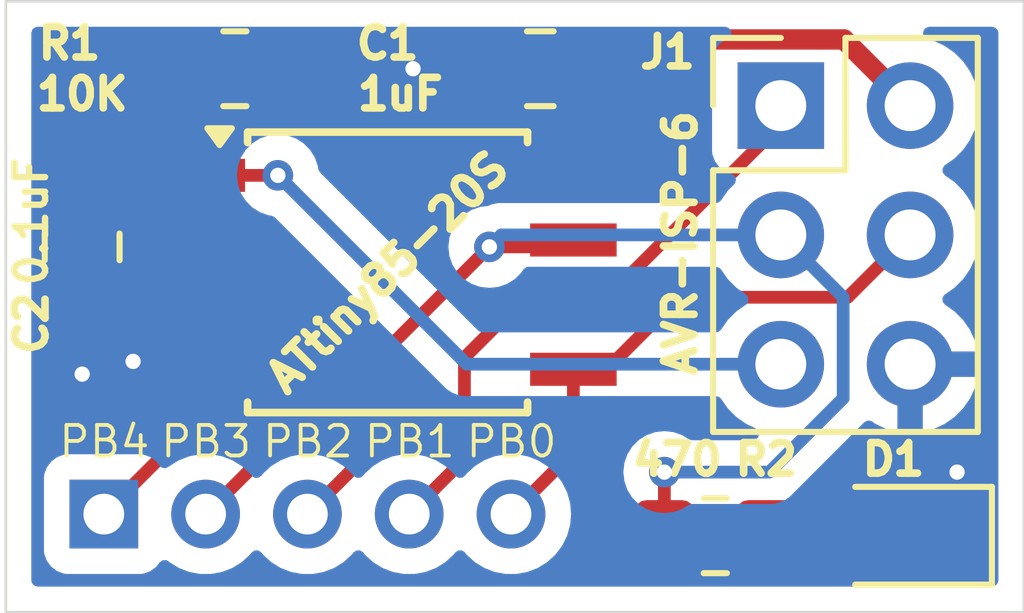
<source format=kicad_pcb>
(kicad_pcb (version 20240108) (generator "pcbnew") (generator_version "8.0")
  (layers (0 "F.Cu" signal) (31 "B.Cu" signal) (34 "B.Paste" user) (35 "F.Paste" user) (36 "B.SilkS" user "B.Silkscreen") (37 "F.SilkS" user "F.Silkscreen") (38 "B.Mask" user) (39 "F.Mask" user) (44 "Edge.Cuts" user))
  (net 0 "")
  (net 1 "GND")
  (net 2 "+5V")
  (net 3 "Net-(J1-~{RST})")
  (net 4 "Net-(J1-MOSI)")
  (net 5 "Net-(J1-SCK)")
  (net 6 "Net-(J1-MISO)")
  (net 7 "Net-(J2-Pin_1)")
  (net 8 "Net-(J2-Pin_2)")
  (net 9 "Net-(D1-A)")
  (footprint "Capacitor_SMD:C_0805_2012Metric_Pad1.18x1.45mm_HandSolder" (layer "F.Cu") (at 102 54.325 -90)
    (property "Reference" "C2" (at 1.5 1 90) (layer "F.SilkS") (effects (font (size 0.6 0.6))))
    (property "Value" "0.1uF" (at -0.5 1 90) (layer "F.SilkS") (effects (font (size 0.6 0.6) (thickness 0.125))))
    (fp_line (start -0.261252 0.735) (end 0.261252 0.735) (stroke (width 0.12)) (layer "F.SilkS"))
    (fp_line (start -0.261252 -0.735) (end 0.261252 -0.735) (stroke (width 0.12)) (layer "F.SilkS"))
    (pad "1" smd roundrect (at -1.0375 0 270) (size 1.175 1.45) (layers "F.Cu" "F.Paste" "F.Mask") (roundrect_rratio 0.212766) (net 3 "Net-(J1-~{RST})"))
    (pad "2" smd roundrect (at 1.0375 0 270) (size 1.175 1.45) (layers "F.Cu" "F.Paste" "F.Mask") (roundrect_rratio 0.212766) (net 1 "GND"))
  )
  (footprint "Capacitor_SMD:C_0805_2012Metric_Pad1.18x1.45mm_HandSolder" (layer "F.Cu") (at 111 50.825 180)
    (property "Reference" "C1" (at 3 0.5 0) (layer "F.SilkS") (effects (font (size 0.6 0.6))))
    (property "Value" "1uF" (at 2.75 -0.5 0) (layer "F.SilkS") (effects (font (size 0.6 0.6))))
    (fp_line (start -0.261252 0.735) (end 0.261252 0.735) (stroke (width 0.12)) (layer "F.SilkS"))
    (fp_line (start -0.261252 -0.735) (end 0.261252 -0.735) (stroke (width 0.12)) (layer "F.SilkS"))
    (pad "1" smd roundrect (at -1.0375 0 180) (size 1.175 1.45) (layers "F.Cu" "F.Paste" "F.Mask") (roundrect_rratio 0.212766) (net 2 "+5V"))
    (pad "2" smd roundrect (at 1.0375 0 180) (size 1.175 1.45) (layers "F.Cu" "F.Paste" "F.Mask") (roundrect_rratio 0.212766) (net 1 "GND"))
  )
  (footprint "Resistor_SMD:R_0805_2012Metric_Pad1.20x1.40mm_HandSolder" (layer "F.Cu") (at 114.4375 60)
    (property "Reference" "R2" (at 1 -1.5 360) (layer "F.SilkS") (effects (font (size 0.6 0.6))))
    (property "Value" "470" (at -0.75 -1.5 360) (layer "F.SilkS") (effects (font (size 0.6 0.6))))
    (fp_line (start -0.227064 -0.735) (end 0.227064 -0.735) (stroke (width 0.12)) (layer "F.SilkS"))
    (fp_line (start -0.227064 0.735) (end 0.227064 0.735) (stroke (width 0.12)) (layer "F.SilkS"))
    (pad "1" smd roundrect (at -1 0) (size 1.2 1.4) (layers "F.Cu" "F.Paste" "F.Mask") (roundrect_rratio 0.208333) (net 5 "Net-(J1-SCK)"))
    (pad "2" smd roundrect (at 1 0) (size 1.2 1.4) (layers "F.Cu" "F.Paste" "F.Mask") (roundrect_rratio 0.208333) (net 9 "Net-(D1-A)"))
  )
  (footprint "Package_SO:SOIC-8W_5.3x5.3mm_P1.27mm" (layer "F.Cu") (at 108 54.825)
    (property "Reference" "U1" (hide yes))
    (property "Value" "ATtiny85-20S" (at 0 0 45) (layer "F.SilkS") (effects (font (size 0.6 0.6))))
    (fp_line (start -2.75 -2.755) (end -2.75 -2.55) (stroke (width 0.15)) (layer "F.SilkS"))
    (fp_line (start -2.75 -2.755) (end 2.75 -2.755) (stroke (width 0.15)) (layer "F.SilkS"))
    (fp_line (start -2.75 2.755) (end -2.75 2.55) (stroke (width 0.15)) (layer "F.SilkS"))
    (fp_line (start -2.75 2.755) (end 2.75 2.755) (stroke (width 0.15)) (layer "F.SilkS"))
    (fp_line (start 2.75 -2.755) (end 2.75 -2.55) (stroke (width 0.15)) (layer "F.SilkS"))
    (fp_line (start 2.75 2.755) (end 2.75 2.55) (stroke (width 0.15)) (layer "F.SilkS"))
    (fp_poly (pts (xy -3.3 -2.5) (xy -3.54 -2.83) (xy -3.06 -2.83) (xy -3.3 -2.5)) (stroke (width 0.12)) (fill solid) (layer "F.SilkS"))
    (pad "1" smd rect (at -3.65 -1.905) (size 1.7 0.65) (layers "F.Cu" "F.Paste" "F.Mask") (net 3 "Net-(J1-~{RST})"))
    (pad "2" smd rect (at -3.65 -0.635) (size 1.7 0.65) (layers "F.Cu" "F.Paste" "F.Mask") (net 8 "Net-(J2-Pin_2)"))
    (pad "3" smd rect (at -3.65 0.635) (size 1.7 0.65) (layers "F.Cu" "F.Paste" "F.Mask") (net 7 "Net-(J2-Pin_1)"))
    (pad "4" smd rect (at -3.65 1.905) (size 1.7 0.65) (layers "F.Cu" "F.Paste" "F.Mask") (net 1 "GND"))
    (pad "5" smd rect (at 3.65 1.905) (size 1.7 0.65) (layers "F.Cu" "F.Paste" "F.Mask") (net 4 "Net-(J1-MOSI)"))
    (pad "6" smd rect (at 3.65 0.635) (size 1.7 0.65) (layers "F.Cu" "F.Paste" "F.Mask") (net 6 "Net-(J1-MISO)"))
    (pad "7" smd rect (at 3.65 -0.635) (size 1.7 0.65) (layers "F.Cu" "F.Paste" "F.Mask") (net 5 "Net-(J1-SCK)"))
    (pad "8" smd rect (at 3.65 -1.905) (size 1.7 0.65) (layers "F.Cu" "F.Paste" "F.Mask") (net 2 "+5V"))
  )
  (footprint "LED_SMD:LED_0805_2012Metric" (layer "F.Cu") (at 118.1875 60 180)
    (property "Reference" "D1" (at 0.25 1.5 360) (layer "F.SilkS") (effects (font (size 0.6 0.6))))
    (property "Value" "LED" (hide yes))
    (fp_line (start 1 -0.96) (end -1.685 -0.96) (stroke (width 0.12)) (layer "F.SilkS"))
    (fp_line (start -1.685 0.96) (end 1 0.96) (stroke (width 0.12)) (layer "F.SilkS"))
    (fp_line (start -1.685 -0.96) (end -1.685 0.96) (stroke (width 0.12)) (layer "F.SilkS"))
    (pad "1" smd roundrect (at -0.9375 0 180) (size 0.975 1.4) (layers "F.Cu" "F.Paste" "F.Mask") (net 1 "GND"))
    (pad "2" smd roundrect (at 0.9375 0 180) (size 0.975 1.4) (layers "F.Cu" "F.Paste" "F.Mask") (net 9 "Net-(D1-A)"))
  )
  (footprint "Connector_PinHeader_2.00mm:PinHeader_1x05_P2.00mm_Vertical" (layer "F.Cu") (at 102.425 59.575 90)
    (property "Reference" "J2" (hide yes))
    (property "Value" "Conn_01x05_Pin" (hide yes))
    (pad "1" thru_hole rect (at 0 0 90) (size 1.35 1.35) (drill 0.8) (layers "*.Cu" "*.Mask" "In1.Cu" "In2.Cu" "In3.Cu" "In4.Cu" "In5.Cu" "In6.Cu" "In7.Cu" "In8.Cu" "In9.Cu" "In10.Cu" "In11.Cu" "In12.Cu" "In13.Cu" "In14.Cu" "In15.Cu" "In16.Cu" "In17.Cu" "In18.Cu" "In19.Cu" "In20.Cu" "In21.Cu" "In22.Cu" "In23.Cu" "In24.Cu" "In25.Cu" "In26.Cu" "In27.Cu" "In28.Cu" "In29.Cu" "In30.Cu") (net 7 "Net-(J2-Pin_1)"))
    (pad "2" thru_hole oval (at 0 2 90) (size 1.35 1.35) (drill 0.8) (layers "*.Cu" "*.Mask" "In1.Cu" "In2.Cu" "In3.Cu" "In4.Cu" "In5.Cu" "In6.Cu" "In7.Cu" "In8.Cu" "In9.Cu" "In10.Cu" "In11.Cu" "In12.Cu" "In13.Cu" "In14.Cu" "In15.Cu" "In16.Cu" "In17.Cu" "In18.Cu" "In19.Cu" "In20.Cu" "In21.Cu" "In22.Cu" "In23.Cu" "In24.Cu" "In25.Cu" "In26.Cu" "In27.Cu" "In28.Cu" "In29.Cu" "In30.Cu") (net 8 "Net-(J2-Pin_2)"))
    (pad "3" thru_hole oval (at 0 4 90) (size 1.35 1.35) (drill 0.8) (layers "*.Cu" "*.Mask" "In1.Cu" "In2.Cu" "In3.Cu" "In4.Cu" "In5.Cu" "In6.Cu" "In7.Cu" "In8.Cu" "In9.Cu" "In10.Cu" "In11.Cu" "In12.Cu" "In13.Cu" "In14.Cu" "In15.Cu" "In16.Cu" "In17.Cu" "In18.Cu" "In19.Cu" "In20.Cu" "In21.Cu" "In22.Cu" "In23.Cu" "In24.Cu" "In25.Cu" "In26.Cu" "In27.Cu" "In28.Cu" "In29.Cu" "In30.Cu") (net 5 "Net-(J1-SCK)"))
    (pad "4" thru_hole oval (at 0 6 90) (size 1.35 1.35) (drill 0.8) (layers "*.Cu" "*.Mask" "In1.Cu" "In2.Cu" "In3.Cu" "In4.Cu" "In5.Cu" "In6.Cu" "In7.Cu" "In8.Cu" "In9.Cu" "In10.Cu" "In11.Cu" "In12.Cu" "In13.Cu" "In14.Cu" "In15.Cu" "In16.Cu" "In17.Cu" "In18.Cu" "In19.Cu" "In20.Cu" "In21.Cu" "In22.Cu" "In23.Cu" "In24.Cu" "In25.Cu" "In26.Cu" "In27.Cu" "In28.Cu" "In29.Cu" "In30.Cu") (net 6 "Net-(J1-MISO)"))
    (pad "5" thru_hole oval (at 0 8 90) (size 1.35 1.35) (drill 0.8) (layers "*.Cu" "*.Mask" "In1.Cu" "In2.Cu" "In3.Cu" "In4.Cu" "In5.Cu" "In6.Cu" "In7.Cu" "In8.Cu" "In9.Cu" "In10.Cu" "In11.Cu" "In12.Cu" "In13.Cu" "In14.Cu" "In15.Cu" "In16.Cu" "In17.Cu" "In18.Cu" "In19.Cu" "In20.Cu" "In21.Cu" "In22.Cu" "In23.Cu" "In24.Cu" "In25.Cu" "In26.Cu" "In27.Cu" "In28.Cu" "In29.Cu" "In30.Cu") (net 4 "Net-(J1-MOSI)"))
  )
  (footprint "Connector_PinHeader_2.54mm:PinHeader_2x03_P2.54mm_Vertical" (layer "F.Cu") (at 115.725 51.55)
    (property "Reference" "J1" (at -2.225 -1.05 0) (layer "F.SilkS") (effects (font (size 0.6 0.6))))
    (property "Value" "AVR-ISP-6" (at -1.975 2.7 90) (layer "F.SilkS") (effects (font (size 0.6 0.6))))
    (fp_line (start -1.33 -1.33) (end 0 -1.33) (stroke (width 0.12)) (layer "F.SilkS"))
    (fp_line (start -1.33 0) (end -1.33 -1.33) (stroke (width 0.12)) (layer "F.SilkS"))
    (fp_line (start -1.33 1.27) (end -1.33 6.41) (stroke (width 0.12)) (layer "F.SilkS"))
    (fp_line (start -1.33 1.27) (end 1.27 1.27) (stroke (width 0.12)) (layer "F.SilkS"))
    (fp_line (start -1.33 6.41) (end 3.87 6.41) (stroke (width 0.12)) (layer "F.SilkS"))
    (fp_line (start 1.27 -1.33) (end 3.87 -1.33) (stroke (width 0.12)) (layer "F.SilkS"))
    (fp_line (start 1.27 1.27) (end 1.27 -1.33) (stroke (width 0.12)) (layer "F.SilkS"))
    (fp_line (start 3.87 -1.33) (end 3.87 6.41) (stroke (width 0.12)) (layer "F.SilkS"))
    (pad "1" thru_hole rect (at 0 0) (size 1.7 1.7) (drill 1) (layers "*.Cu" "*.Mask" "In1.Cu" "In2.Cu" "In3.Cu" "In4.Cu" "In5.Cu" "In6.Cu" "In7.Cu" "In8.Cu" "In9.Cu" "In10.Cu" "In11.Cu" "In12.Cu" "In13.Cu" "In14.Cu" "In15.Cu" "In16.Cu" "In17.Cu" "In18.Cu" "In19.Cu" "In20.Cu" "In21.Cu" "In22.Cu" "In23.Cu" "In24.Cu" "In25.Cu" "In26.Cu" "In27.Cu" "In28.Cu" "In29.Cu" "In30.Cu") (net 6 "Net-(J1-MISO)"))
    (pad "2" thru_hole oval (at 2.54 0) (size 1.7 1.7) (drill 1) (layers "*.Cu" "*.Mask" "In1.Cu" "In2.Cu" "In3.Cu" "In4.Cu" "In5.Cu" "In6.Cu" "In7.Cu" "In8.Cu" "In9.Cu" "In10.Cu" "In11.Cu" "In12.Cu" "In13.Cu" "In14.Cu" "In15.Cu" "In16.Cu" "In17.Cu" "In18.Cu" "In19.Cu" "In20.Cu" "In21.Cu" "In22.Cu" "In23.Cu" "In24.Cu" "In25.Cu" "In26.Cu" "In27.Cu" "In28.Cu" "In29.Cu" "In30.Cu") (net 2 "+5V"))
    (pad "3" thru_hole oval (at 0 2.54) (size 1.7 1.7) (drill 1) (layers "*.Cu" "*.Mask" "In1.Cu" "In2.Cu" "In3.Cu" "In4.Cu" "In5.Cu" "In6.Cu" "In7.Cu" "In8.Cu" "In9.Cu" "In10.Cu" "In11.Cu" "In12.Cu" "In13.Cu" "In14.Cu" "In15.Cu" "In16.Cu" "In17.Cu" "In18.Cu" "In19.Cu" "In20.Cu" "In21.Cu" "In22.Cu" "In23.Cu" "In24.Cu" "In25.Cu" "In26.Cu" "In27.Cu" "In28.Cu" "In29.Cu" "In30.Cu") (net 5 "Net-(J1-SCK)"))
    (pad "4" thru_hole oval (at 2.54 2.54) (size 1.7 1.7) (drill 1) (layers "*.Cu" "*.Mask" "In1.Cu" "In2.Cu" "In3.Cu" "In4.Cu" "In5.Cu" "In6.Cu" "In7.Cu" "In8.Cu" "In9.Cu" "In10.Cu" "In11.Cu" "In12.Cu" "In13.Cu" "In14.Cu" "In15.Cu" "In16.Cu" "In17.Cu" "In18.Cu" "In19.Cu" "In20.Cu" "In21.Cu" "In22.Cu" "In23.Cu" "In24.Cu" "In25.Cu" "In26.Cu" "In27.Cu" "In28.Cu" "In29.Cu" "In30.Cu") (net 4 "Net-(J1-MOSI)"))
    (pad "5" thru_hole oval (at 0 5.08) (size 1.7 1.7) (drill 1) (layers "*.Cu" "*.Mask" "In1.Cu" "In2.Cu" "In3.Cu" "In4.Cu" "In5.Cu" "In6.Cu" "In7.Cu" "In8.Cu" "In9.Cu" "In10.Cu" "In11.Cu" "In12.Cu" "In13.Cu" "In14.Cu" "In15.Cu" "In16.Cu" "In17.Cu" "In18.Cu" "In19.Cu" "In20.Cu" "In21.Cu" "In22.Cu" "In23.Cu" "In24.Cu" "In25.Cu" "In26.Cu" "In27.Cu" "In28.Cu" "In29.Cu" "In30.Cu") (net 3 "Net-(J1-~{RST})"))
    (pad "6" thru_hole oval (at 2.54 5.08) (size 1.7 1.7) (drill 1) (layers "*.Cu" "*.Mask" "In1.Cu" "In2.Cu" "In3.Cu" "In4.Cu" "In5.Cu" "In6.Cu" "In7.Cu" "In8.Cu" "In9.Cu" "In10.Cu" "In11.Cu" "In12.Cu" "In13.Cu" "In14.Cu" "In15.Cu" "In16.Cu" "In17.Cu" "In18.Cu" "In19.Cu" "In20.Cu" "In21.Cu" "In22.Cu" "In23.Cu" "In24.Cu" "In25.Cu" "In26.Cu" "In27.Cu" "In28.Cu" "In29.Cu" "In30.Cu") (net 1 "GND"))
  )
  (footprint "Resistor_SMD:R_0805_2012Metric_Pad1.20x1.40mm_HandSolder" (layer "F.Cu") (at 105 50.825 180)
    (property "Reference" "R1" (at 3.25 0.5 0) (layer "F.SilkS") (effects (font (size 0.6 0.6))))
    (property "Value" "10K" (at 3 -0.5 0) (layer "F.SilkS") (effects (font (size 0.6 0.6))))
    (fp_line (start -0.227064 0.735) (end 0.227064 0.735) (stroke (width 0.12)) (layer "F.SilkS"))
    (fp_line (start -0.227064 -0.735) (end 0.227064 -0.735) (stroke (width 0.12)) (layer "F.SilkS"))
    (pad "1" smd roundrect (at -1 0 180) (size 1.2 1.4) (layers "F.Cu" "F.Paste" "F.Mask") (roundrect_rratio 0.208333) (net 2 "+5V"))
    (pad "2" smd roundrect (at 1 0 180) (size 1.2 1.4) (layers "F.Cu" "F.Paste" "F.Mask") (roundrect_rratio 0.208333) (net 3 "Net-(J1-~{RST})"))
  )
  (gr_rect (start 100.5 49.5) (end 120.5 61.5) (stroke (width 0.05)) (fill none) (layer "Edge.Cuts"))
  (gr_text "PB1" (at 107.5 58.5 0) (layer "F.SilkS") (effects (font (size 0.6 0.6) (thickness 0.075)) (justify left bottom)))
  (gr_text "PB2" (at 105.5 58.5 0) (layer "F.SilkS") (effects (font (size 0.6 0.6) (thickness 0.075)) (justify left bottom)))
  (gr_text "PB4" (at 101.5 58.5 0) (layer "F.SilkS") (effects (font (size 0.6 0.6) (thickness 0.075)) (justify left bottom)))
  (gr_text "PB3" (at 103.5 58.5 0) (layer "F.SilkS") (effects (font (size 0.6 0.6) (thickness 0.075)) (justify left bottom)))
  (gr_text "PB0" (at 109.5 58.5 0) (layer "F.SilkS") (effects (font (size 0.6 0.6) (thickness 0.075)) (justify left bottom)))
  (segment (start 102 55.3625) (end 102 56.825) (width 0.4) (layer "F.Cu") (net 1))
  (segment (start 119.1875 58.75) (end 119.1875 60.0625) (width 0.25) (layer "F.Cu") (net 1))
  (segment (start 109.9625 50.825) (end 108.5 50.825) (width 0.4) (layer "F.Cu") (net 1))
  (segment (start 103 56.575) (end 103.155 56.73) (width 0.4) (layer "F.Cu") (net 1))
  (segment (start 103.155 56.73) (end 104.35 56.73) (width 0.4) (layer "F.Cu") (net 1))
  (via (at 102 56.825) (size 0.6) (drill 0.3) (layers "F.Cu" "B.Cu") (net 1))
  (via (at 119.1875 58.75) (size 0.6) (drill 0.3) (layers "F.Cu" "B.Cu") (net 1))
  (via (at 108.5 50.825) (size 0.6) (drill 0.3) (layers "F.Cu" "B.Cu") (net 1))
  (via (at 103 56.575) (size 0.6) (drill 0.3) (layers "F.Cu" "B.Cu") (net 1))
  (segment (start 112.0375 50.825) (end 113.5 50.825) (width 0.4) (layer "F.Cu") (net 2))
  (segment (start 116.965 50.25) (end 118.265 51.55) (width 0.4) (layer "F.Cu") (net 2))
  (segment (start 112.0375 50.825) (end 112.0375 52.5325) (width 0.4) (layer "F.Cu") (net 2))
  (segment (start 113.5 50.825) (end 114.075 50.25) (width 0.4) (layer "F.Cu") (net 2))
  (segment (start 106 50.825) (end 108.095 52.92) (width 0.4) (layer "F.Cu") (net 2))
  (segment (start 112.0375 52.5325) (end 111.65 52.92) (width 0.2) (layer "F.Cu") (net 2))
  (segment (start 108.095 52.92) (end 111.65 52.92) (width 0.4) (layer "F.Cu") (net 2))
  (segment (start 114.075 50.25) (end 116.965 50.25) (width 0.4) (layer "F.Cu") (net 2))
  (segment (start 105.845 52.92) (end 104.35 52.92) (width 0.25) (layer "F.Cu") (net 3))
  (segment (start 104 51.325) (end 104.35 51.675) (width 0.4) (layer "F.Cu") (net 3))
  (segment (start 104.35 51.675) (end 104.35 52.92) (width 0.4) (layer "F.Cu") (net 3))
  (segment (start 102.3675 52.92) (end 104.35 52.92) (width 0.4) (layer "F.Cu") (net 3))
  (segment (start 104 50.825) (end 104 51.325) (width 0.4) (layer "F.Cu") (net 3))
  (segment (start 102 53.2875) (end 102.3675 52.92) (width 0.2) (layer "F.Cu") (net 3))
  (segment (start 106 53.075) (end 105.845 52.92) (width 0.25) (layer "F.Cu") (net 3))
  (via (at 105.845 52.92) (size 0.6) (drill 0.3) (layers "F.Cu" "B.Cu") (net 3))
  (segment (start 109.555 56.63) (end 105.845 52.92) (width 0.25) (layer "B.Cu") (net 3))
  (segment (start 115.725 56.63) (end 109.555 56.63) (width 0.25) (layer "B.Cu") (net 3))
  (segment (start 118.265 54.09) (end 117.04 55.315) (width 0.25) (layer "F.Cu") (net 4))
  (segment (start 111.65 58.25) (end 111.65 56.73) (width 0.25) (layer "F.Cu") (net 4))
  (segment (start 112.305 56.73) (end 111.65 56.73) (width 0.25) (layer "F.Cu") (net 4))
  (segment (start 110.425 59.575) (end 111.65 58.35) (width 0.25) (layer "F.Cu") (net 4))
  (segment (start 117.04 55.315) (end 113.72 55.315) (width 0.25) (layer "F.Cu") (net 4))
  (segment (start 113.72 55.315) (end 112.305 56.73) (width 0.25) (layer "F.Cu") (net 4))
  (segment (start 111.65 58.35) (end 111.65 58.25) (width 0.25) (layer "F.Cu") (net 4))
  (segment (start 107.505 58.495) (end 107.505 58.25) (width 0.25) (layer "F.Cu") (net 5))
  (segment (start 107.505 56.82) (end 110 54.325) (width 0.25) (layer "F.Cu") (net 5))
  (segment (start 106.425 59.575) (end 107.505 58.495) (width 0.25) (layer "F.Cu") (net 5))
  (segment (start 111.515 54.325) (end 111.65 54.19) (width 0.25) (layer "F.Cu") (net 5))
  (segment (start 107.505 58.25) (end 107.505 56.82) (width 0.25) (layer "F.Cu") (net 5))
  (segment (start 110 54.325) (end 111.515 54.325) (width 0.25) (layer "F.Cu") (net 5))
  (segment (start 113.4375 58.75) (end 113.4375 60.25) (width 0.25) (layer "F.Cu") (net 5))
  (via (at 113.4375 58.75) (size 0.6) (drill 0.3) (layers "F.Cu" "B.Cu") (net 5))
  (via (at 110 54.325) (size 0.6) (drill 0.3) (layers "F.Cu" "B.Cu") (net 5))
  (segment (start 116.95 55.315) (end 116.95 57.3) (width 0.25) (layer "B.Cu") (net 5))
  (segment (start 115.725 54.09) (end 116.95 55.315) (width 0.25) (layer "B.Cu") (net 5))
  (segment (start 115.4375 58.75) (end 113.6875 58.75) (width 0.25) (layer "B.Cu") (net 5))
  (segment (start 116.95 57.3) (end 115.5 58.75) (width 0.25) (layer "B.Cu") (net 5))
  (segment (start 115.725 54.09) (end 110.235 54.09) (width 0.25) (layer "B.Cu") (net 5))
  (segment (start 110.235 54.09) (end 110 54.325) (width 0.25) (layer "B.Cu") (net 5))
  (segment (start 115.725 51.91) (end 115.725 51.55) (width 0.25) (layer "F.Cu") (net 6))
  (segment (start 112.175 55.46) (end 115.725 51.91) (width 0.25) (layer "F.Cu") (net 6))
  (segment (start 108.425 59.575) (end 109.5 58.5) (width 0.25) (layer "F.Cu") (net 6))
  (segment (start 109.51 58.5) (end 109.51 56.5) (width 0.25) (layer "F.Cu") (net 6))
  (segment (start 110.55 55.46) (end 111.65 55.46) (width 0.25) (layer "F.Cu") (net 6))
  (segment (start 111.65 55.46) (end 112.175 55.46) (width 0.25) (layer "F.Cu") (net 6))
  (segment (start 109.51 56.5) (end 110.55 55.46) (width 0.25) (layer "F.Cu") (net 6))
  (segment (start 109.5 58.5) (end 109.51 58.5) (width 0.25) (layer "F.Cu") (net 6))
  (segment (start 102.425 59.575) (end 104.175 57.825) (width 0.25) (layer "F.Cu") (net 7))
  (segment (start 105.7 55.775) (end 105.385 55.46) (width 0.25) (layer "F.Cu") (net 7))
  (segment (start 105.137106 57.825) (end 105.7 57.262106) (width 0.25) (layer "F.Cu") (net 7))
  (segment (start 105.385 55.46) (end 104.35 55.46) (width 0.25) (layer "F.Cu") (net 7))
  (segment (start 104.175 57.825) (end 105.137106 57.825) (width 0.25) (layer "F.Cu") (net 7))
  (segment (start 105.7 57.262106) (end 105.7 55.775) (width 0.25) (layer "F.Cu") (net 7))
  (segment (start 105.365 54.19) (end 106.5 55.325) (width 0.25) (layer "F.Cu") (net 8))
  (segment (start 104.425 59.575) (end 106.5 57.5) (width 0.25) (layer "F.Cu") (net 8))
  (segment (start 104.35 54.19) (end 105.365 54.19) (width 0.25) (layer "F.Cu") (net 8))
  (segment (start 106.5 55.325) (end 106.5 57.5) (width 0.25) (layer "F.Cu") (net 8))
  (segment (start 115.4375 60) (end 117.25 60) (width 0.25) (layer "F.Cu") (net 9))
  (zone (net 1) (net_name "GND") (layer "B.Cu") (connect_pads (clearance 0.5)) (min_thickness 0.25) (fill yes (thermal_gap 0.5) (thermal_bridge_width 0.5))
    (polygon (pts (xy 101 50) (xy 120 50) (xy 120 61) (xy 101 61)))
  )
)
</source>
